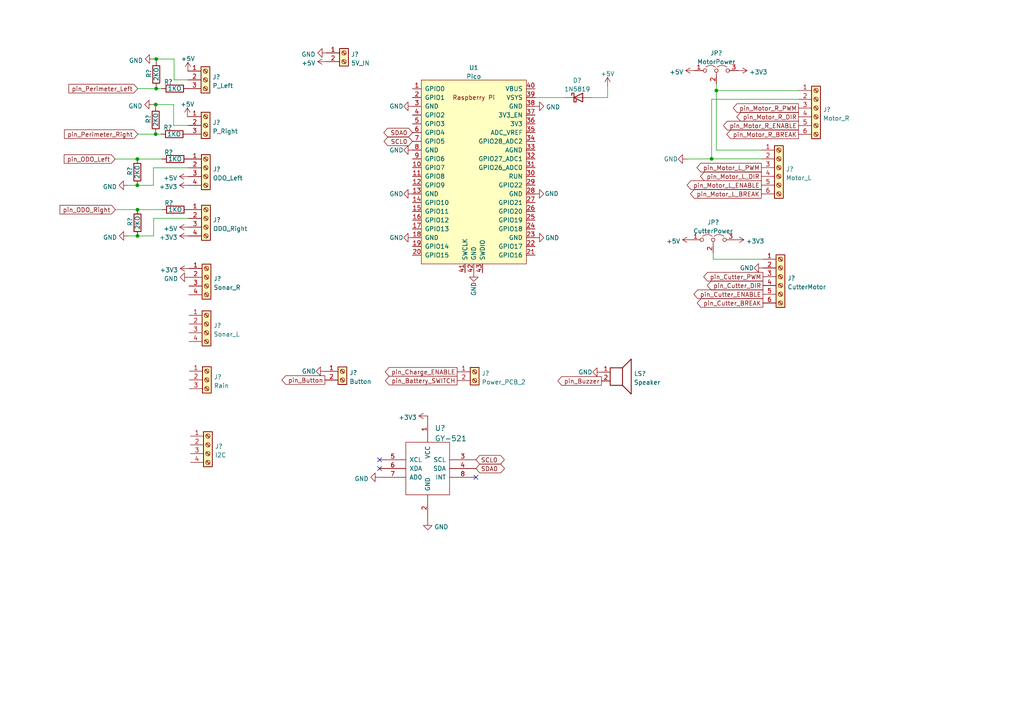
<source format=kicad_sch>
(kicad_sch (version 20211123) (generator eeschema)
  (paper "A4")
  (title_block (title "Raspberry Pi Pico Mower PCB") (date "2023-09-01") (rev "1.0") (comment 1 "S. Dippel"))
  (lib_symbols
    (symbol "Connector:Screw_Terminal_01x02" (pin_names (offset 1.016) hide)
      (property "Reference" "J" (at 0 2.54 0))
      (property "Value" "Screw_Terminal_01x02" (at 0 -5.08 0))
      (symbol "Screw_Terminal_01x02_1_1"
        (rectangle (start -1.27 1.27) (end 1.27 -3.81) (stroke (width 0.254)) (fill (type background)))
        (circle (center 0 -2.54) (radius 0.635) (stroke (width 0.1524)))
        (polyline (pts (xy -0.5334 -2.2098) (xy 0.3302 -3.048)) (stroke (width 0.1524)))
        (polyline (pts (xy -0.5334 0.3302) (xy 0.3302 -0.508)) (stroke (width 0.1524)))
        (polyline (pts (xy -0.3556 -2.032) (xy 0.508 -2.8702)) (stroke (width 0.1524)))
        (polyline (pts (xy -0.3556 0.508) (xy 0.508 -0.3302)) (stroke (width 0.1524)))
        (circle (center 0 0) (radius 0.635) (stroke (width 0.1524)))
        (pin passive line (at -5.08 0 0) (length 3.81) (name "Pin_1") (number "1"))
        (pin passive line (at -5.08 -2.54 0) (length 3.81) (name "Pin_2") (number "2"))
      )
    )
    (symbol "Connector:Screw_Terminal_01x03" (pin_names (offset 1.016) hide)
      (property "Reference" "J" (at 0 5.08 0))
      (property "Value" "Screw_Terminal_01x03" (at 0 -5.08 0))
      (symbol "Screw_Terminal_01x03_1_1"
        (rectangle (start -1.27 3.81) (end 1.27 -3.81) (stroke (width 0.254)) (fill (type background)))
        (circle (center 0 -2.54) (radius 0.635) (stroke (width 0.1524)))
        (polyline (pts (xy -0.5334 -2.2098) (xy 0.3302 -3.048)) (stroke (width 0.1524)))
        (polyline (pts (xy -0.5334 0.3302) (xy 0.3302 -0.508)) (stroke (width 0.1524)))
        (polyline (pts (xy -0.5334 2.8702) (xy 0.3302 2.032)) (stroke (width 0.1524)))
        (polyline (pts (xy -0.3556 -2.032) (xy 0.508 -2.8702)) (stroke (width 0.1524)))
        (polyline (pts (xy -0.3556 0.508) (xy 0.508 -0.3302)) (stroke (width 0.1524)))
        (polyline (pts (xy -0.3556 3.048) (xy 0.508 2.2098)) (stroke (width 0.1524)))
        (circle (center 0 0) (radius 0.635) (stroke (width 0.1524)))
        (circle (center 0 2.54) (radius 0.635) (stroke (width 0.1524)))
        (pin passive line (at -5.08 2.54 0) (length 3.81) (name "Pin_1") (number "1"))
        (pin passive line (at -5.08 0 0) (length 3.81) (name "Pin_2") (number "2"))
        (pin passive line (at -5.08 -2.54 0) (length 3.81) (name "Pin_3") (number "3"))
      )
    )
    (symbol "Connector:Screw_Terminal_01x04" (pin_names (offset 1.016) hide)
      (property "Reference" "J" (at 0 5.08 0))
      (property "Value" "Screw_Terminal_01x04" (at 0 -7.62 0))
      (symbol "Screw_Terminal_01x04_1_1"
        (rectangle (start -1.27 3.81) (end 1.27 -6.35) (stroke (width 0.254)) (fill (type background)))
        (circle (center 0 -5.08) (radius 0.635) (stroke (width 0.1524)))
        (circle (center 0 -2.54) (radius 0.635) (stroke (width 0.1524)))
        (polyline (pts (xy -0.5334 -4.7498) (xy 0.3302 -5.588)) (stroke (width 0.1524)))
        (polyline (pts (xy -0.5334 -2.2098) (xy 0.3302 -3.048)) (stroke (width 0.1524)))
        (polyline (pts (xy -0.5334 0.3302) (xy 0.3302 -0.508)) (stroke (width 0.1524)))
        (polyline (pts (xy -0.5334 2.8702) (xy 0.3302 2.032)) (stroke (width 0.1524)))
        (polyline (pts (xy -0.3556 -4.572) (xy 0.508 -5.4102)) (stroke (width 0.1524)))
        (polyline (pts (xy -0.3556 -2.032) (xy 0.508 -2.8702)) (stroke (width 0.1524)))
        (polyline (pts (xy -0.3556 0.508) (xy 0.508 -0.3302)) (stroke (width 0.1524)))
        (polyline (pts (xy -0.3556 3.048) (xy 0.508 2.2098)) (stroke (width 0.1524)))
        (circle (center 0 0) (radius 0.635) (stroke (width 0.1524)))
        (circle (center 0 2.54) (radius 0.635) (stroke (width 0.1524)))
        (pin passive line (at -5.08 2.54 0) (length 3.81) (name "Pin_1") (number "1"))
        (pin passive line (at -5.08 0 0) (length 3.81) (name "Pin_2") (number "2"))
        (pin passive line (at -5.08 -2.54 0) (length 3.81) (name "Pin_3") (number "3"))
        (pin passive line (at -5.08 -5.08 0) (length 3.81) (name "Pin_4") (number "4"))
      )
    )
    (symbol "Connector:Screw_Terminal_01x06" (pin_names (offset 1.016) hide)
      (property "Reference" "J" (at 0 7.62 0))
      (property "Value" "Screw_Terminal_01x06" (at 0 -10.16 0))
      (symbol "Screw_Terminal_01x06_1_1"
        (rectangle (start -1.27 6.35) (end 1.27 -8.89) (stroke (width 0.254)) (fill (type background)))
        (circle (center 0 -7.62) (radius 0.635) (stroke (width 0.1524)))
        (circle (center 0 -5.08) (radius 0.635) (stroke (width 0.1524)))
        (circle (center 0 -2.54) (radius 0.635) (stroke (width 0.1524)))
        (polyline (pts (xy -0.5334 -7.2898) (xy 0.3302 -8.128)) (stroke (width 0.1524)))
        (polyline (pts (xy -0.5334 -4.7498) (xy 0.3302 -5.588)) (stroke (width 0.1524)))
        (polyline (pts (xy -0.5334 -2.2098) (xy 0.3302 -3.048)) (stroke (width 0.1524)))
        (polyline (pts (xy -0.5334 0.3302) (xy 0.3302 -0.508)) (stroke (width 0.1524)))
        (polyline (pts (xy -0.5334 2.8702) (xy 0.3302 2.032)) (stroke (width 0.1524)))
        (polyline (pts (xy -0.5334 5.4102) (xy 0.3302 4.572)) (stroke (width 0.1524)))
        (polyline (pts (xy -0.3556 -7.112) (xy 0.508 -7.9502)) (stroke (width 0.1524)))
        (polyline (pts (xy -0.3556 -4.572) (xy 0.508 -5.4102)) (stroke (width 0.1524)))
        (polyline (pts (xy -0.3556 -2.032) (xy 0.508 -2.8702)) (stroke (width 0.1524)))
        (polyline (pts (xy -0.3556 0.508) (xy 0.508 -0.3302)) (stroke (width 0.1524)))
        (polyline (pts (xy -0.3556 3.048) (xy 0.508 2.2098)) (stroke (width 0.1524)))
        (polyline (pts (xy -0.3556 5.588) (xy 0.508 4.7498)) (stroke (width 0.1524)))
        (circle (center 0 0) (radius 0.635) (stroke (width 0.1524)))
        (circle (center 0 2.54) (radius 0.635) (stroke (width 0.1524)))
        (circle (center 0 5.08) (radius 0.635) (stroke (width 0.1524)))
        (pin passive line (at -5.08 5.08 0) (length 3.81) (name "Pin_1") (number "1"))
        (pin passive line (at -5.08 2.54 0) (length 3.81) (name "Pin_2") (number "2"))
        (pin passive line (at -5.08 0 0) (length 3.81) (name "Pin_3") (number "3"))
        (pin passive line (at -5.08 -2.54 0) (length 3.81) (name "Pin_4") (number "4"))
        (pin passive line (at -5.08 -5.08 0) (length 3.81) (name "Pin_5") (number "5"))
        (pin passive line (at -5.08 -7.62 0) (length 3.81) (name "Pin_6") (number "6"))
      )
    )
    (symbol "Device:R" (pin_numbers hide) (pin_names (offset 0))
      (property "Reference" "R" (at 2.032 0 90))
      (property "Value" "R" (at 0 0 90))
      (symbol "R_0_1"
        (rectangle (start -1.016 -2.54) (end 1.016 2.54) (stroke (width 0.254)))
      )
      (symbol "R_1_1"
        (pin passive line (at 0 3.81 270) (length 1.27) (name "~") (number "1"))
        (pin passive line (at 0 -3.81 90) (length 1.27) (name "~") (number "2"))
      )
    )
    (symbol "Device:Speaker" (pin_names (offset 0) hide)
      (property "Reference" "LS" (at 1.27 5.715 0))
      (property "Value" "Speaker" (at 1.27 3.81 0))
      (symbol "Speaker_0_0"
        (rectangle (start -2.54 1.27) (end 1.016 -3.81) (stroke (width 0.254)))
        (polyline (pts (xy 1.016 1.27) (xy 3.556 3.81) (xy 3.556 -6.35) (xy 1.016 -3.81)) (stroke (width 0.254)))
      )
      (symbol "Speaker_1_1"
        (pin input line (at -5.08 0 0) (length 2.54) (name "1") (number "1"))
        (pin input line (at -5.08 -2.54 0) (length 2.54) (name "2") (number "2"))
      )
    )
    (symbol "Diode:1N5819" (pin_numbers hide) (pin_names (offset 1.016) hide)
      (property "Reference" "D" (at 0 2.54 0))
      (property "Value" "1N5819" (at 0 -2.54 0))
      (symbol "1N5819_0_1"
        (polyline (pts (xy 1.27 0) (xy -1.27 0)))
        (polyline (pts (xy 1.27 1.27) (xy 1.27 -1.27) (xy -1.27 0) (xy 1.27 1.27)) (stroke (width 0.254)))
        (polyline (pts (xy -1.905 0.635) (xy -1.905 1.27) (xy -1.27 1.27) (xy -1.27 -1.27) (xy -0.635 -1.27) (xy -0.635 -0.635)) (stroke (width 0.254)))
      )
      (symbol "1N5819_1_1"
        (pin passive line (at -3.81 0 0) (length 2.54) (name "K") (number "1"))
        (pin passive line (at 3.81 0 180) (length 2.54) (name "A") (number "2"))
      )
    )
    (symbol "Jumper:Jumper_3_Open" (pin_names (offset 0) hide)
      (property "Reference" "JP" (at -2.54 -2.54 0))
      (property "Value" "Jumper_3_Open" (at 0 2.794 0))
      (symbol "Jumper_3_Open_0_0"
        (circle (center -3.302 0) (radius 0.508))
        (circle (center 0 0) (radius 0.508))
        (circle (center 3.302 0) (radius 0.508))
      )
      (symbol "Jumper_3_Open_0_1"
        (arc (start -0.254 1.016) (mid -1.651 1.4992) (end -3.048 1.016))
        (polyline (pts (xy 0 -0.508) (xy 0 -1.27)))
        (arc (start 3.048 1.016) (mid 1.651 1.4992) (end 0.254 1.016))
      )
      (symbol "Jumper_3_Open_1_1"
        (pin passive line (at -6.35 0 0) (length 2.54) (name "A") (number "1"))
        (pin input line (at 0 -3.81 90) (length 2.54) (name "C") (number "2"))
        (pin passive line (at 6.35 0 180) (length 2.54) (name "B") (number "3"))
      )
    )
    (symbol "MCU_RaspberryPi_and_Boards:Pico" (pin_names (offset 1.016))
      (property "Reference" "U" (at -13.97 27.94 0))
      (property "Value" "Pico" (at 0 19.05 0))
      (symbol "Pico_0_0"
        (text "Raspberry Pi" (at 0 21.59 0) (effects (font (size 1.27 1.27))))
      )
      (symbol "Pico_0_1"
        (rectangle (start -15.24 26.67) (end 15.24 -26.67) (fill (type background)))
      )
      (symbol "Pico_1_1"
        (pin bidirectional line (at -17.78 24.13 0) (length 2.54) (name "GPIO0") (number "1"))
        (pin bidirectional line (at -17.78 1.27 0) (length 2.54) (name "GPIO7") (number "10"))
        (pin bidirectional line (at -17.78 -1.27 0) (length 2.54) (name "GPIO8") (number "11"))
        (pin bidirectional line (at -17.78 -3.81 0) (length 2.54) (name "GPIO9") (number "12"))
        (pin power_in line (at -17.78 -6.35 0) (length 2.54) (name "GND") (number "13"))
        (pin bidirectional line (at -17.78 -8.89 0) (length 2.54) (name "GPIO10") (number "14"))
        (pin bidirectional line (at -17.78 -11.43 0) (length 2.54) (name "GPIO11") (number "15"))
        (pin bidirectional line (at -17.78 -13.97 0) (length 2.54) (name "GPIO12") (number "16"))
        (pin bidirectional line (at -17.78 -16.51 0) (length 2.54) (name "GPIO13") (number "17"))
        (pin power_in line (at -17.78 -19.05 0) (length 2.54) (name "GND") (number "18"))
        (pin bidirectional line (at -17.78 -21.59 0) (length 2.54) (name "GPIO14") (number "19"))
        (pin bidirectional line (at -17.78 21.59 0) (length 2.54) (name "GPIO1") (number "2"))
        (pin bidirectional line (at -17.78 -24.13 0) (length 2.54) (name "GPIO15") (number "20"))
        (pin bidirectional line (at 17.78 -24.13 180) (length 2.54) (name "GPIO16") (number "21"))
        (pin bidirectional line (at 17.78 -21.59 180) (length 2.54) (name "GPIO17") (number "22"))
        (pin power_in line (at 17.78 -19.05 180) (length 2.54) (name "GND") (number "23"))
        (pin bidirectional line (at 17.78 -16.51 180) (length 2.54) (name "GPIO18") (number "24"))
        (pin bidirectional line (at 17.78 -13.97 180) (length 2.54) (name "GPIO19") (number "25"))
        (pin bidirectional line (at 17.78 -11.43 180) (length 2.54) (name "GPIO20") (number "26"))
        (pin bidirectional line (at 17.78 -8.89 180) (length 2.54) (name "GPIO21") (number "27"))
        (pin power_in line (at 17.78 -6.35 180) (length 2.54) (name "GND") (number "28"))
        (pin bidirectional line (at 17.78 -3.81 180) (length 2.54) (name "GPIO22") (number "29"))
        (pin power_in line (at -17.78 19.05 0) (length 2.54) (name "GND") (number "3"))
        (pin input line (at 17.78 -1.27 180) (length 2.54) (name "RUN") (number "30"))
        (pin bidirectional line (at 17.78 1.27 180) (length 2.54) (name "GPIO26_ADC0") (number "31"))
        (pin bidirectional line (at 17.78 3.81 180) (length 2.54) (name "GPIO27_ADC1") (number "32"))
        (pin power_in line (at 17.78 6.35 180) (length 2.54) (name "AGND") (number "33"))
        (pin bidirectional line (at 17.78 8.89 180) (length 2.54) (name "GPIO28_ADC2") (number "34"))
        (pin unspecified line (at 17.78 11.43 180) (length 2.54) (name "ADC_VREF") (number "35"))
        (pin unspecified line (at 17.78 13.97 180) (length 2.54) (name "3V3") (number "36"))
        (pin input line (at 17.78 16.51 180) (length 2.54) (name "3V3_EN") (number "37"))
        (pin bidirectional line (at 17.78 19.05 180) (length 2.54) (name "GND") (number "38"))
        (pin unspecified line (at 17.78 21.59 180) (length 2.54) (name "VSYS") (number "39"))
        (pin bidirectional line (at -17.78 16.51 0) (length 2.54) (name "GPIO2") (number "4"))
        (pin unspecified line (at 17.78 24.13 180) (length 2.54) (name "VBUS") (number "40"))
        (pin input line (at -2.54 -29.21 90) (length 2.54) (name "SWCLK") (number "41"))
        (pin power_in line (at 0 -29.21 90) (length 2.54) (name "GND") (number "42"))
        (pin bidirectional line (at 2.54 -29.21 90) (length 2.54) (name "SWDIO") (number "43"))
        (pin bidirectional line (at -17.78 13.97 0) (length 2.54) (name "GPIO3") (number "5"))
        (pin bidirectional line (at -17.78 11.43 0) (length 2.54) (name "GPIO4") (number "6"))
        (pin bidirectional line (at -17.78 8.89 0) (length 2.54) (name "GPIO5") (number "7"))
        (pin power_in line (at -17.78 6.35 0) (length 2.54) (name "GND") (number "8"))
        (pin bidirectional line (at -17.78 3.81 0) (length 2.54) (name "GPIO6") (number "9"))
      )
    )
    (symbol "gy-521:GY-521" (pin_names (offset 1.016))
      (property "Reference" "U" (at 2.54 8.89 0))
      (property "Value" "GY-521" (at 5.08 11.43 0))
      (symbol "GY-521_0_1"
        (rectangle (start -6.35 7.62) (end 6.35 -7.62))
      )
      (symbol "GY-521_1_1"
        (pin input line (at 0 15.24 270) (length 7.62) (name "VCC") (number "1"))
        (pin input line (at 0 -15.24 90) (length 7.62) (name "GND") (number "2"))
        (pin input line (at 13.97 2.54 180) (length 7.62) (name "SCL") (number "3"))
        (pin input line (at 13.97 0 180) (length 7.62) (name "SDA") (number "4"))
        (pin input line (at -13.97 2.54 0) (length 7.62) (name "XCL") (number "5"))
        (pin input line (at -13.97 0 0) (length 7.62) (name "XDA") (number "6"))
        (pin input line (at -13.97 -2.54 0) (length 7.62) (name "AD0") (number "7"))
        (pin input line (at 13.97 -2.54 180) (length 7.62) (name "INT") (number "8"))
      )
    )
    (symbol "power:+3.3V" (power) (pin_names (offset 0))
      (property "Value" "+3.3V" (at 0 3.556 0))
      (symbol "+3.3V_0_1"
        (polyline (pts (xy -0.762 1.27) (xy 0 2.54)))
        (polyline (pts (xy 0 0) (xy 0 2.54)))
        (polyline (pts (xy 0 2.54) (xy 0.762 1.27)))
      )
      (symbol "+3.3V_1_1"
        (pin power_in line (at 0 0 90) (length 0) hide (name "+3V3") (number "1"))
      )
    )
    (symbol "power:+5V" (power) (pin_names (offset 0))
      (property "Value" "+5V" (at 0 3.556 0))
      (symbol "+5V_0_1"
        (polyline (pts (xy -0.762 1.27) (xy 0 2.54)))
        (polyline (pts (xy 0 0) (xy 0 2.54)))
        (polyline (pts (xy 0 2.54) (xy 0.762 1.27)))
      )
      (symbol "+5V_1_1"
        (pin power_in line (at 0 0 90) (length 0) hide (name "+5V") (number "1"))
      )
    )
    (symbol "power:GND" (power) (pin_names (offset 0))
      (property "Value" "GND" (at 0 -3.81 0))
      (symbol "GND_0_1"
        (polyline (pts (xy 0 0) (xy 0 -1.27) (xy 1.27 -1.27) (xy 0 -2.54) (xy -1.27 -1.27) (xy 0 -1.27)))
      )
      (symbol "GND_1_1"
        (pin power_in line (at 0 0 270) (length 0) hide (name "GND") (number "1"))
      )
    )
  )
  (junction (at 45.3136 17.1196))
  (junction (at 39.8272 53.7464))
  (junction (at 39.8272 46.1264))
  (junction (at 45.3136 25.7048))
  (junction (at 45.1612 30.3276))
  (junction (at 207.772 26.2636))
  (junction (at 45.1612 38.9128))
  (junction (at 206.4004 46.0756))
  (junction (at 39.878 60.8076))
  (junction (at 39.878 68.4276))
  (no_connect (at 110.0836 135.89))
  (no_connect (at 110.0836 133.35))
  (no_connect (at 138.0236 138.43))
  (wire (pts (xy 44.5008 30.3276) (xy 45.1612 30.3276)))
  (wire (pts (xy 220.8276 43.5356) (xy 207.772 43.5356)))
  (wire (pts (xy 46.8884 25.7048) (xy 45.3136 25.7048)))
  (wire (pts (xy 231.5972 28.8036) (xy 206.4004 28.8036)))
  (wire (pts (xy 39.9288 25.7048) (xy 45.3136 25.7048)))
  (wire (pts (xy 33.4264 60.8076) (xy 39.878 60.8076)))
  (wire (pts (xy 199.2376 46.1264) (xy 206.4004 46.0756)))
  (wire (pts (xy 33.3756 46.1264) (xy 39.8272 46.1264)))
  (wire (pts (xy 207.772 24.2824) (xy 207.772 26.2636)))
  (wire (pts (xy 39.8272 46.1264) (xy 46.99 46.1264)))
  (wire (pts (xy 45.1612 30.3276) (xy 50.3428 30.3276)))
  (wire (pts (xy 45.1612 38.9128) (xy 45.1612 38.608)))
  (wire (pts (xy 54.5592 33.8328) (xy 54.356 33.8328)))
  (wire (pts (xy 39.9796 38.9128) (xy 45.1612 38.9128)))
  (wire (pts (xy 45.3136 25.7048) (xy 45.3136 25.4)))
  (wire (pts (xy 44.5516 63.3476) (xy 44.5516 68.4276)))
  (wire (pts (xy 176.2252 28.2956) (xy 176.2252 24.9936)))
  (wire (pts (xy 54.5592 38.9128) (xy 54.356 38.9128)))
  (wire (pts (xy 155.194 28.2956) (xy 163.9316 28.2956)))
  (wire (pts (xy 39.8272 53.7464) (xy 37.084 53.7464)))
  (wire (pts (xy 45.3136 17.1196) (xy 50.4952 17.1196)))
  (wire (pts (xy 206.8576 73.3552) (xy 206.8576 75.184)))
  (wire (pts (xy 44.5516 68.4276) (xy 39.878 68.4276)))
  (wire (pts (xy 44.6532 17.1196) (xy 45.3136 17.1196)))
  (wire (pts (xy 54.61 48.6664) (xy 44.5008 48.6664)))
  (wire (pts (xy 44.5008 53.7464) (xy 39.8272 53.7464)))
  (wire (pts (xy 206.8576 75.184) (xy 221.2848 75.184)))
  (wire (pts (xy 50.3428 36.3728) (xy 54.5592 36.3728)))
  (wire (pts (xy 207.772 43.5356) (xy 207.772 26.2636)))
  (wire (pts (xy 206.4004 46.0756) (xy 220.8276 46.0756)))
  (wire (pts (xy 46.736 38.9128) (xy 45.1612 38.9128)))
  (wire (pts (xy 45.1612 30.3276) (xy 45.1612 30.988)))
  (wire (pts (xy 44.5008 48.6664) (xy 44.5008 53.7464)))
  (wire (pts (xy 39.878 68.4276) (xy 37.1348 68.4276)))
  (wire (pts (xy 207.772 26.2636) (xy 231.5972 26.2636)))
  (wire (pts (xy 39.878 60.8076) (xy 47.0408 60.8076)))
  (wire (pts (xy 50.4952 23.1648) (xy 54.5084 23.1648)))
  (wire (pts (xy 50.3428 30.3276) (xy 50.3428 36.3728)))
  (wire (pts (xy 45.3136 17.1196) (xy 45.3136 17.78)))
  (wire (pts (xy 171.5516 28.2956) (xy 176.2252 28.2956)))
  (wire (pts (xy 54.6608 63.3476) (xy 44.5516 63.3476)))
  (wire (pts (xy 206.4004 28.8036) (xy 206.4004 46.0756)))
  (wire (pts (xy 50.4952 17.1196) (xy 50.4952 23.1648)))
  (global_label "SCL0" (shape bidirectional) (at 138.0236 133.35 0) (property "Intersheet References" "${INTERSHEET_REFS}" (effects hide)))
  (global_label "pin_Motor_L_DIR" (shape output) (at 220.8276 51.1556 180) (property "Intersheet References" "${INTERSHEET_REFS}" (effects hide)))
  (global_label "pin_Motor_L_PWM" (shape output) (at 220.8276 48.6156 180) (property "Intersheet References" "${INTERSHEET_REFS}" (effects hide)))
  (global_label "pin_Battery_SWITCH" (shape output) (at 132.588 110.3884 180) (property "Intersheet References" "${INTERSHEET_REFS}" (effects hide)))
  (global_label "pin_Motor_L_BREAK" (shape output) (at 220.8276 56.2356 180) (property "Intersheet References" "${INTERSHEET_REFS}" (effects hide)))
  (global_label "SDA0" (shape bidirectional) (at 138.0236 135.89 0) (property "Intersheet References" "${INTERSHEET_REFS}" (effects hide)))
  (global_label "pin_Motor_R_PWM" (shape output) (at 231.5972 31.3436 180) (property "Intersheet References" "${INTERSHEET_REFS}" (effects hide)))
  (global_label "pin_Cutter_DIR" (shape output) (at 221.2848 82.804 180) (property "Intersheet References" "${INTERSHEET_REFS}" (effects hide)))
  (global_label "pin_Perimeter_Left" (shape input) (at 39.9288 25.7048 180) (property "Intersheet References" "${INTERSHEET_REFS}" (effects hide)))
  (global_label "pin_Motor_R_BREAK" (shape output) (at 231.5972 38.9636 180) (property "Intersheet References" "${INTERSHEET_REFS}" (effects hide)))
  (global_label "pin_Cutter_ENABLE" (shape output) (at 221.2848 85.344 180) (property "Intersheet References" "${INTERSHEET_REFS}" (effects hide)))
  (global_label "pin_Motor_R_DIR" (shape output) (at 231.5972 33.8836 180) (property "Intersheet References" "${INTERSHEET_REFS}" (effects hide)))
  (global_label "pin_Motor_R_ENABLE" (shape output) (at 231.5972 36.4236 180) (property "Intersheet References" "${INTERSHEET_REFS}" (effects hide)))
  (global_label "pin_Button" (shape output) (at 94.234 110.236 180) (property "Intersheet References" "${INTERSHEET_REFS}" (effects hide)))
  (global_label "pin_Cutter_BREAK" (shape output) (at 221.2848 87.884 180) (property "Intersheet References" "${INTERSHEET_REFS}" (effects hide)))
  (global_label "pin_Charge_ENABLE" (shape output) (at 132.588 107.8484 180) (property "Intersheet References" "${INTERSHEET_REFS}" (effects hide)))
  (global_label "pin_Cutter_PWM" (shape output) (at 221.2848 80.264 180) (property "Intersheet References" "${INTERSHEET_REFS}" (effects hide)))
  (global_label "pin_Buzzer" (shape output) (at 174.4472 110.49 180) (property "Intersheet References" "${INTERSHEET_REFS}" (effects hide)))
  (global_label "pin_Motor_L_ENABLE" (shape output) (at 220.8276 53.6956 180) (property "Intersheet References" "${INTERSHEET_REFS}" (effects hide)))
  (global_label "pin_Perimeter_Right" (shape input) (at 39.9796 38.9128 180) (property "Intersheet References" "${INTERSHEET_REFS}" (effects hide)))
  (global_label "SDA0" (shape bidirectional) (at 119.634 38.4556 180) (property "Intersheet References" "${INTERSHEET_REFS}" (effects hide)))
  (global_label "pin_ODO_Right" (shape input) (at 33.4772 60.8076 180) (property "Intersheet References" "${INTERSHEET_REFS}" (effects hide)))
  (global_label "SCL0" (shape bidirectional) (at 119.634 40.9956 180) (property "Intersheet References" "${INTERSHEET_REFS}" (effects hide)))
  (global_label "pin_ODO_Left" (shape input) (at 33.3756 46.1264 180) (property "Intersheet References" "${INTERSHEET_REFS}" (effects hide)))
  (symbol (lib_id "power:+5V") (at 200.5076 69.5452 90) (unit 1)
    (property "Reference" "#PWR?" (effects hide))
    (property "Value" "+5V" (at 197.3327 69.979 90) (effects (justify left)))
  )
  (symbol (lib_id "power:GND") (at 37.1348 68.4276 270) (unit 1)
    (property "Reference" "#PWR?" (effects hide))
    (property "Value" "GND" (at 33.9599 68.8614 90) (effects (justify right)))
  )
  (symbol (lib_id "gy-521:GY-521") (at 124.0536 135.89 0) (unit 1)
    (property "Reference" "U?" (at 126.073 124.1859 0) (effects (font (size 1.524 1.524)) (justify left)))
    (property "Value" "GY-521" (at 126.073 127.1793 0) (effects (font (size 1.524 1.524)) (justify left)))
  )
  (symbol (lib_id "Connector:Screw_Terminal_01x02") (at 137.668 107.8484 0) (unit 1)
    (property "Reference" "J?" (at 139.7 108.2837 0) (effects (justify left)))
    (property "Value" "Power_PCB_2" (at 139.7 110.8206 0) (effects (justify left)))
  )
  (symbol (lib_id "Connector:Screw_Terminal_01x06") (at 225.9076 48.6156 0) (unit 1)
    (property "Reference" "J?" (at 227.9396 49.0509 0) (effects (justify left)))
    (property "Value" "Motor_L" (at 227.9396 51.5878 0) (effects (justify left)))
  )
  (symbol (lib_id "Connector:Screw_Terminal_01x04") (at 60.2996 129.032 0) (unit 1)
    (property "Reference" "J?" (at 62.3316 129.4673 0) (effects (justify left)))
    (property "Value" "I2C" (at 62.3316 132.0042 0) (effects (justify left)))
  )
  (symbol (lib_id "Connector:Screw_Terminal_01x02") (at 99.314 107.696 0) (unit 1)
    (property "Reference" "J?" (at 101.346 108.1313 0) (effects (justify left)))
    (property "Value" "Button" (at 101.346 110.6682 0) (effects (justify left)))
  )
  (symbol (lib_id "Device:R") (at 50.8 46.1264 90) (unit 1)
    (property "Reference" "R?" (at 48.9204 44.196 90))
    (property "Value" "1KO" (at 50.7492 46.1264 90))
  )
  (symbol (lib_id "Connector:Screw_Terminal_01x06") (at 236.6772 31.3436 0) (unit 1)
    (property "Reference" "J?" (at 238.7092 31.7789 0) (effects (justify left)))
    (property "Value" "Motor_R" (at 238.7092 34.3158 0) (effects (justify left)))
  )
  (symbol (lib_id "Connector:Screw_Terminal_01x04") (at 59.8932 93.98 0) (unit 1)
    (property "Reference" "J?" (at 61.9252 94.4153 0) (effects (justify left)))
    (property "Value" "Sonar_L" (at 61.9252 96.9522 0) (effects (justify left)))
  )
  (symbol (lib_id "power:+5V") (at 176.2252 24.9936 0) (unit 1)
    (property "Reference" "#PWR?" (effects hide))
    (property "Value" "+5V" (at 176.2252 21.4178 0))
  )
  (symbol (lib_id "MCU_RaspberryPi_and_Boards:Pico") (at 137.414 49.8856 0) (unit 1)
    (property "Reference" "U1" (at 137.414 19.6428 0))
    (property "Value" "Pico" (at 137.414 22.1797 0))
    (property "Footprint" "MCU_RaspberryPi_and_Boards:RPi_Pico_SMD_TH" (effects hide))
  )
  (symbol (lib_id "power:+5V") (at 54.5084 20.6248 0) (unit 1)
    (property "Reference" "#PWR?" (effects hide))
    (property "Value" "+5V" (at 54.5084 17.049 0))
  )
  (symbol (lib_id "power:GND") (at 110.0836 138.43 270) (unit 1)
    (property "Reference" "#PWR?" (effects hide))
    (property "Value" "GND" (at 106.9087 138.8638 90) (effects (justify right)))
  )
  (symbol (lib_id "power:+3.3V") (at 213.2076 69.5452 270) (unit 1)
    (property "Reference" "#PWR?" (effects hide))
    (property "Value" "+3.3V" (at 216.3826 69.979 90) (effects (justify left)))
  )
  (symbol (lib_id "Connector:Screw_Terminal_01x03") (at 59.5884 23.1648 0) (unit 1)
    (property "Reference" "J?" (at 61.6204 22.3301 0) (effects (justify left)))
    (property "Value" "P_Left" (at 61.6204 24.867 0) (effects (justify left)))
  )
  (symbol (lib_id "power:+3.3V") (at 214.122 20.4724 270) (unit 1)
    (property "Reference" "#PWR?" (effects hide))
    (property "Value" "+3.3V" (at 217.297 20.9062 90) (effects (justify left)))
  )
  (symbol (lib_id "Device:Speaker") (at 179.5272 107.95 0) (unit 1)
    (property "Reference" "LS?" (at 183.8452 108.3853 0) (effects (justify left)))
    (property "Value" "Speaker" (at 183.8452 110.9222 0) (effects (justify left)))
  )
  (symbol (lib_id "power:GND") (at 37.084 53.7464 270) (unit 1)
    (property "Reference" "#PWR?" (effects hide))
    (property "Value" "GND" (at 33.9091 54.1802 90) (effects (justify right)))
  )
  (symbol (lib_id "power:+5V") (at 54.6608 65.8876 90) (unit 1)
    (property "Reference" "#PWR?" (effects hide))
    (property "Value" "+5V" (at 51.4859 66.3214 90) (effects (justify left)))
  )
  (symbol (lib_id "Device:R") (at 45.1612 34.798 0) (unit 1)
    (property "Reference" "R?" (at 43.0276 34.4932 90))
    (property "Value" "2KO" (at 45.1612 34.7472 90))
  )
  (symbol (lib_id "Connector:Screw_Terminal_01x04") (at 59.8932 80.4164 0) (unit 1)
    (property "Reference" "J?" (at 61.9252 80.8517 0) (effects (justify left)))
    (property "Value" "Sonar_R" (at 61.9252 83.3886 0) (effects (justify left)))
  )
  (symbol (lib_id "power:GND") (at 54.8132 80.4164 270) (unit 1)
    (property "Reference" "#PWR?" (effects hide))
    (property "Value" "GND" (at 51.6383 80.8502 90) (effects (justify right)))
  )
  (symbol (lib_id "Connector:Screw_Terminal_01x02") (at 99.7712 15.3416 0) (unit 1)
    (property "Reference" "J?" (at 101.8032 15.7769 0) (effects (justify left)))
    (property "Value" "5V_IN" (at 101.8032 18.3138 0) (effects (justify left)))
  )
  (symbol (lib_id "Device:R") (at 39.878 64.6176 0) (unit 1)
    (property "Reference" "R?" (at 37.7444 64.3128 90))
    (property "Value" "2KO" (at 39.878 64.5668 90))
  )
  (symbol (lib_id "power:GND") (at 155.194 68.9356 90) (unit 1)
    (property "Reference" "#PWR?" (effects hide))
    (property "Value" "GND" (at 158.0896 68.9864 90) (effects (justify right)))
  )
  (symbol (lib_id "power:GND") (at 221.2848 77.724 270) (unit 1)
    (property "Reference" "#PWR?" (effects hide))
    (property "Value" "GND" (at 214.5792 77.724 90) (effects (justify left)))
  )
  (symbol (lib_id "power:GND") (at 124.0536 151.13 0) (unit 1)
    (property "Reference" "#PWR?" (effects hide))
    (property "Value" "GND" (at 125.9586 152.8338 0) (effects (justify left)))
  )
  (symbol (lib_id "power:+3.3V") (at 54.6608 68.4276 90) (unit 1)
    (property "Reference" "#PWR?" (effects hide))
    (property "Value" "+3.3V" (at 51.4858 68.8614 90) (effects (justify left)))
  )
  (symbol (lib_id "power:GND") (at 94.6912 15.3416 270) (unit 1)
    (property "Reference" "#PWR?" (effects hide))
    (property "Value" "GND" (at 91.5163 15.7754 90) (effects (justify right)))
  )
  (symbol (lib_id "power:+5V") (at 54.356 33.8328 0) (unit 1)
    (property "Reference" "#PWR?" (effects hide))
    (property "Value" "+5V" (at 54.356 30.257 0))
  )
  (symbol (lib_id "power:GND") (at 94.234 107.696 270) (unit 1)
    (property "Reference" "#PWR?" (effects hide))
    (property "Value" "GND" (at 87.5284 107.696 90) (effects (justify left)))
  )
  (symbol (lib_id "Connector:Screw_Terminal_01x06") (at 226.3648 80.264 0) (unit 1)
    (property "Reference" "J?" (at 228.3968 80.6993 0) (effects (justify left)))
    (property "Value" "CutterMotor" (at 228.3968 83.2362 0) (effects (justify left)))
  )
  (symbol (lib_id "power:GND") (at 119.634 56.2356 270) (unit 1)
    (property "Reference" "#PWR?" (effects hide))
    (property "Value" "GND" (at 112.9284 56.2356 90) (effects (justify left)))
  )
  (symbol (lib_id "Device:R") (at 50.6984 25.7048 90) (unit 1)
    (property "Reference" "R?" (at 48.8188 23.7744 90))
    (property "Value" "1KO" (at 50.6476 25.7048 90))
  )
  (symbol (lib_id "Connector:Screw_Terminal_01x03") (at 59.9948 110.1852 0) (unit 1)
    (property "Reference" "J?" (at 62.0268 109.3505 0) (effects (justify left)))
    (property "Value" "Rain" (at 62.0268 111.8874 0) (effects (justify left)))
  )
  (symbol (lib_id "power:GND") (at 119.634 43.5356 270) (unit 1)
    (property "Reference" "#PWR?" (effects hide))
    (property "Value" "GND" (at 112.9284 43.5356 90) (effects (justify left)))
  )
  (symbol (lib_id "power:+5V") (at 201.422 20.4724 90) (unit 1)
    (property "Reference" "#PWR?" (effects hide))
    (property "Value" "+5V" (at 198.2471 20.9062 90) (effects (justify left)))
  )
  (symbol (lib_id "Jumper:Jumper_3_Open") (at 206.8576 69.5452 0) (unit 1)
    (property "Reference" "JP?" (at 206.8576 64.4732 0))
    (property "Value" "CutterPower" (at 206.8576 67.0101 0))
  )
  (symbol (lib_id "Connector:Screw_Terminal_01x04") (at 59.69 48.6664 0) (unit 1)
    (property "Reference" "J?" (at 61.722 49.1017 0) (effects (justify left)))
    (property "Value" "ODO_Left" (at 61.722 51.6386 0) (effects (justify left)))
  )
  (symbol (lib_id "power:+3.3V") (at 124.0536 120.65 90) (unit 1)
    (property "Reference" "#PWR?" (effects hide))
    (property "Value" "+3.3V" (at 120.8786 121.0838 90) (effects (justify left)))
  )
  (symbol (lib_id "Device:R") (at 39.8272 49.9364 0) (unit 1)
    (property "Reference" "R?" (at 37.6936 49.6316 90))
    (property "Value" "2KO" (at 39.8272 49.8856 90))
  )
  (symbol (lib_id "power:GND") (at 137.414 79.0956 0) (unit 1)
    (property "Reference" "#PWR?" (effects hide))
    (property "Value" "GND" (at 137.414 85.852 90) (effects (justify left)))
  )
  (symbol (lib_id "Device:R") (at 50.8508 60.8076 90) (unit 1)
    (property "Reference" "R?" (at 48.9712 58.8772 90))
    (property "Value" "1KO" (at 50.8 60.8076 90))
  )
  (symbol (lib_id "power:GND") (at 199.2376 46.1264 270) (unit 1)
    (property "Reference" "#PWR?" (effects hide))
    (property "Value" "GND" (at 192.532 46.1264 90) (effects (justify left)))
  )
  (symbol (lib_id "power:GND") (at 174.4472 107.95 270) (unit 1)
    (property "Reference" "#PWR?" (effects hide))
    (property "Value" "GND" (at 167.7416 107.95 90) (effects (justify left)))
  )
  (symbol (lib_id "Connector:Screw_Terminal_01x03") (at 59.6392 36.3728 0) (unit 1)
    (property "Reference" "J?" (at 61.6712 35.5381 0) (effects (justify left)))
    (property "Value" "P_Right" (at 61.6712 38.075 0) (effects (justify left)))
  )
  (symbol (lib_id "power:GND") (at 44.6532 17.1196 270) (unit 1)
    (property "Reference" "#PWR?" (effects hide))
    (property "Value" "GND" (at 41.4783 17.5534 90) (effects (justify right)))
  )
  (symbol (lib_id "power:+3.3V") (at 54.61 53.7464 90) (unit 1)
    (property "Reference" "#PWR?" (effects hide))
    (property "Value" "+3.3V" (at 51.435 54.1802 90) (effects (justify left)))
  )
  (symbol (lib_id "Diode:1N5819") (at 167.7416 28.2956 0) (unit 1)
    (property "Reference" "D?" (at 167.4241 23.3258 0))
    (property "Value" "1N5819" (at 167.4241 25.8627 0))
    (property "Footprint" "Diode_THT:D_DO-41_SOD81_P10.16mm_Horizontal" (effects hide))
    (property "Datasheet" "http://www.vishay.com/docs/88525/1n5817.pdf" (effects hide))
  )
  (symbol (lib_id "Jumper:Jumper_3_Open") (at 207.772 20.4724 0) (unit 1)
    (property "Reference" "JP?" (at 207.772 15.4004 0))
    (property "Value" "MotorPower" (at 207.772 17.9373 0))
  )
  (symbol (lib_id "power:GND") (at 119.634 30.8356 270) (unit 1)
    (property "Reference" "#PWR?" (effects hide))
    (property "Value" "GND" (at 112.9284 30.8356 90) (effects (justify left)))
  )
  (symbol (lib_id "power:+5V") (at 54.61 51.2064 90) (unit 1)
    (property "Reference" "#PWR?" (effects hide))
    (property "Value" "+5V" (at 51.4351 51.6402 90) (effects (justify left)))
  )
  (symbol (lib_id "power:GND") (at 119.634 68.9356 270) (unit 1)
    (property "Reference" "#PWR?" (effects hide))
    (property "Value" "GND" (at 112.9284 68.9356 90) (effects (justify left)))
  )
  (symbol (lib_id "power:GND") (at 155.194 56.2356 90) (unit 1)
    (property "Reference" "#PWR?" (effects hide))
    (property "Value" "GND" (at 157.9372 56.1848 90) (effects (justify right)))
  )
  (symbol (lib_id "Connector:Screw_Terminal_01x04") (at 59.7408 63.3476 0) (unit 1)
    (property "Reference" "J?" (at 61.7728 63.7829 0) (effects (justify left)))
    (property "Value" "ODO_Right" (at 61.7728 66.3198 0) (effects (justify left)))
  )
  (symbol (lib_id "power:+5V") (at 94.6912 17.8816 90) (unit 1)
    (property "Reference" "#PWR?" (effects hide))
    (property "Value" "+5V" (at 91.5163 18.3154 90) (effects (justify left)))
  )
  (symbol (lib_id "power:+3.3V") (at 54.8132 77.8764 90) (unit 1)
    (property "Reference" "#PWR?" (effects hide))
    (property "Value" "+3.3V" (at 51.6382 78.3102 90) (effects (justify left)))
  )
  (symbol (lib_id "Device:R") (at 45.3136 21.59 0) (unit 1)
    (property "Reference" "R?" (at 43.18 21.2852 90))
    (property "Value" "2KO" (at 45.3136 21.5392 90))
  )
  (symbol (lib_id "power:GND") (at 44.5008 30.3276 270) (unit 1)
    (property "Reference" "#PWR?" (effects hide))
    (property "Value" "GND" (at 41.3259 30.7614 90) (effects (justify right)))
  )
  (symbol (lib_id "power:GND") (at 155.194 30.8356 90) (unit 1)
    (property "Reference" "#PWR?" (effects hide))
    (property "Value" "GND" (at 158.3436 31.0388 90) (effects (justify right)))
  )
  (symbol (lib_id "Device:R") (at 50.546 38.9128 90) (unit 1)
    (property "Reference" "R?" (at 48.6664 36.9824 90))
    (property "Value" "1KO" (at 50.4952 38.9128 90))
  )
)
</source>
